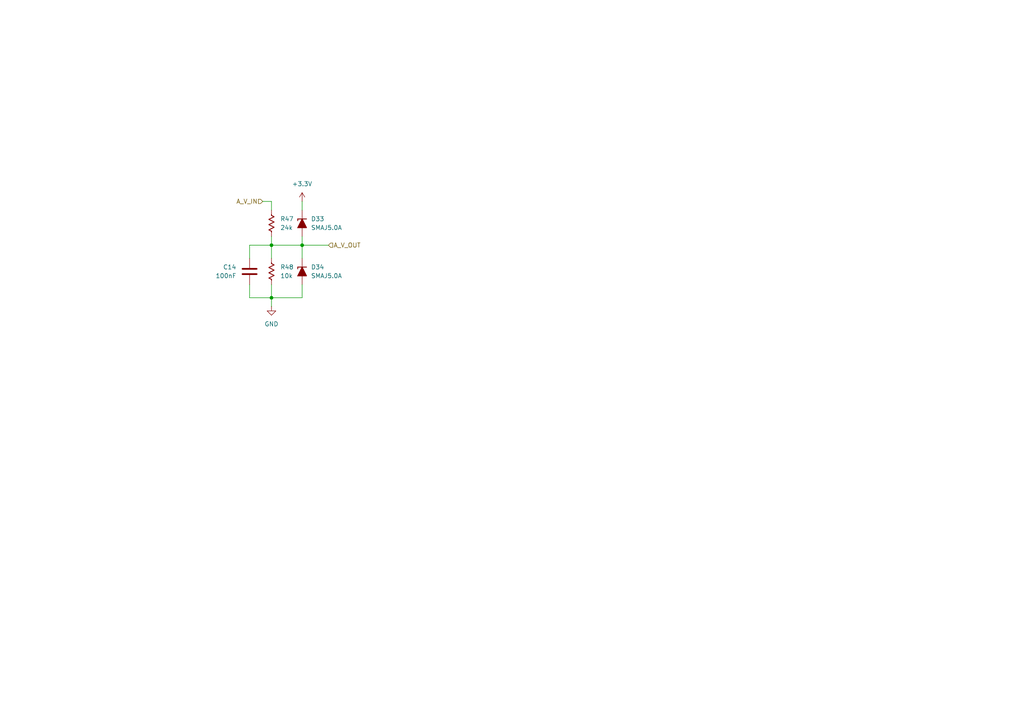
<source format=kicad_sch>
(kicad_sch (version 20250114) (generator "eeschema") (generator_version "9.0")
  (paper "A4")
  (lib_symbols
    (symbol "EasyEDA:+3.3V" (power) (pin_numbers (hide yes)) (pin_names (offset 0) (hide yes))
      (property "Value" "+3.3V" (at 0 3.556 0))
      (symbol "+3.3V_0_1"
        (polyline (pts (xy -0.762 1.27) (xy 0 2.54)))
        (polyline (pts (xy 0 2.54) (xy 0.762 1.27)))
        (polyline (pts (xy 0 0) (xy 0 2.54)))
      )
      (symbol "+3.3V_1_1"
        (pin power_in line (at 0 0 90) (length 0) (name "~") (number "1"))
      )
    )
    (symbol "EasyEDA:C_0603" (pin_numbers (hide yes)) (pin_names (offset 0.254))
      (property "Reference" "C" (at 0.635 2.54 0))
      (property "Value" "C_0603" (at 0.635 -2.54 0))
      (symbol "C_0603_0_1"
        (polyline (pts (xy -2.032 0.762) (xy 2.032 0.762)) (stroke (width 0.508)))
        (polyline (pts (xy -2.032 -0.762) (xy 2.032 -0.762)) (stroke (width 0.508)))
      )
      (symbol "C_0603_0_2"
        (polyline (pts (xy -2.54 -2.54) (xy -0.381 -0.381)))
        (polyline (pts (xy -0.508 -0.508) (xy -1.651 0.635)) (stroke (width 0.508)))
        (polyline (pts (xy -0.508 -0.508) (xy 0.635 -1.651)) (stroke (width 0.508)))
        (polyline (pts (xy 0.381 0.381) (xy 2.54 2.54)))
        (polyline (pts (xy 0.508 0.508) (xy -0.635 1.651)) (stroke (width 0.508)))
        (polyline (pts (xy 0.508 0.508) (xy 1.651 -0.635)) (stroke (width 0.508)))
      )
      (symbol "C_0603_1_1"
        (pin passive line (at 0 3.81 270) (length 2.794) (name "~") (number "1"))
        (pin passive line (at 0 -3.81 90) (length 2.794) (name "~") (number "2"))
      )
      (symbol "C_0603_1_2"
        (pin passive line (at -2.54 -2.54 90) (length 0) (name "~") (number "2"))
        (pin passive line (at 2.54 2.54 270) (length 0) (name "~") (number "1"))
      )
    )
    (symbol "EasyEDA:GND" (power) (pin_numbers (hide yes)) (pin_names (offset 0) (hide yes))
      (property "Value" "GND" (at 0 -3.81 0))
      (symbol "GND_0_1"
        (polyline (pts (xy 0 0) (xy 0 -1.27) (xy 1.27 -1.27) (xy 0 -2.54) (xy -1.27 -1.27) (xy 0 -1.27)))
      )
      (symbol "GND_1_1"
        (pin power_in line (at 0 0 270) (length 0) (name "~") (number "1"))
      )
    )
    (symbol "EasyEDA:R_0603" (pin_numbers (hide yes)) (pin_names (offset 0))
      (property "Reference" "R" (at 2.54 1.27 0))
      (property "Value" "R_0603" (at 2.54 -1.27 0))
      (symbol "R_0603_0_1"
        (polyline (pts (xy 0 2.286) (xy 0 2.54)) (stroke (width 0.254)))
        (polyline (pts (xy 0 2.286) (xy 0.762 1.905) (xy -0.762 1.143) (xy 0 0.762) (xy 0.762 0.381) (xy 0 0) (xy -0.762 -0.381) (xy 0 -0.762) (xy 0.762 -1.143) (xy 0 -1.524) (xy -0.762 -1.905) (xy 0 -2.286)) (stroke (width 0.254)))
        (polyline (pts (xy 0 -2.286) (xy 0 -2.54)) (stroke (width 0.254)))
      )
      (symbol "R_0603_0_2"
        (polyline (pts (xy -2.54 -2.54) (xy -1.778 -1.778)))
        (polyline (pts (xy -1.778 -1.778) (xy -1.524 -1.524)) (stroke (width 0.254)))
        (polyline (pts (xy -1.524 -1.524) (xy -1.778 -0.762) (xy -1.016 -1.016)) (stroke (width 0.254)))
        (polyline (pts (xy -0.508 -0.508) (xy -0.762 0.254) (xy 0 0)) (stroke (width 0.254)))
        (polyline (pts (xy -0.508 -0.508) (xy -0.254 -1.27) (xy -1.016 -1.016)) (stroke (width 0.254)))
        (polyline (pts (xy 0.508 0.508) (xy 0.254 1.27) (xy 1.016 1.016)) (stroke (width 0.254)))
        (polyline (pts (xy 0.508 0.508) (xy 0.762 -0.254) (xy 0 0)) (stroke (width 0.254)))
        (polyline (pts (xy 1.524 1.524) (xy 1.778 0.762) (xy 1.016 1.016)) (stroke (width 0.254)))
        (polyline (pts (xy 1.778 1.778) (xy 1.524 1.524)) (stroke (width 0.254)))
        (polyline (pts (xy 1.778 1.778) (xy 2.54 2.54)))
      )
      (symbol "R_0603_1_1"
        (pin passive line (at 0 3.81 270) (length 1.27) (name "~") (number "1"))
        (pin passive line (at 0 -3.81 90) (length 1.27) (name "~") (number "2"))
      )
      (symbol "R_0603_1_2"
        (pin passive line (at -2.54 -2.54 0) (length 0) (name "") (number "2"))
        (pin passive line (at 2.54 2.54 180) (length 0) (name "") (number "1"))
      )
    )
    (symbol "EasyEDA:SMAJ5.0A" (pin_numbers (hide yes)) (pin_names (offset 1.016) (hide yes))
      (property "Reference" "D" (at 0 5.08 0))
      (property "Value" "SMAJ5.0A" (at 0 2.54 0))
      (symbol "SMAJ5.0A_0_1"
        (polyline (pts (xy -1.27 1.27) (xy -1.27 -1.27) (xy 1.27 0) (xy -1.27 1.27)) (stroke (width 0.254)) (fill (type outline)))
        (polyline (pts (xy -1.27 0) (xy 1.27 0)))
        (polyline (pts (xy 1.27 1.27) (xy 0.762 1.27)) (stroke (width 0.254)))
        (polyline (pts (xy 1.27 -1.27) (xy 1.27 1.27)) (stroke (width 0.254)))
      )
      (symbol "SMAJ5.0A_0_2"
        (polyline (pts (xy -2.54 -2.54) (xy 2.54 2.54)))
        (polyline (pts (xy -0.889 -0.889) (xy -1.778 0) (xy 0.889 0.889) (xy 0 -1.778) (xy -0.889 -0.889)) (stroke (width 0.254)) (fill (type outline)))
        (polyline (pts (xy 0 1.778) (xy -0.381 1.397)) (stroke (width 0.254)))
        (polyline (pts (xy 0 1.778) (xy 1.778 0)) (stroke (width 0.254)))
      )
      (symbol "SMAJ5.0A_1_1"
        (pin passive line (at -3.81 0 0) (length 2.54) (name "A") (number "2"))
        (pin passive line (at 3.81 0 180) (length 2.54) (name "K") (number "1"))
      )
      (symbol "SMAJ5.0A_1_2"
        (pin passive line (at -2.54 -2.54 0) (length 0) (name "A") (number "2"))
        (pin passive line (at 2.54 2.54 180) (length 0) (name "K") (number "1"))
      )
    )
  )
  (junction (at 78.74 86.36))
  (junction (at 87.63 71.12))
  (junction (at 78.74 71.12))
  (wire (pts (xy 87.63 68.58) (xy 87.63 71.12)))
  (wire (pts (xy 78.74 68.58) (xy 78.74 71.12)))
  (wire (pts (xy 87.63 82.55) (xy 87.63 86.36)))
  (wire (pts (xy 87.63 71.12) (xy 87.63 74.93)))
  (wire (pts (xy 78.74 86.36) (xy 78.74 88.9)))
  (wire (pts (xy 87.63 71.12) (xy 95.25 71.12)))
  (wire (pts (xy 72.39 71.12) (xy 78.74 71.12)))
  (wire (pts (xy 78.74 71.12) (xy 78.74 74.93)))
  (wire (pts (xy 72.39 82.55) (xy 72.39 86.36)))
  (wire (pts (xy 76.2 58.42) (xy 78.74 58.42)))
  (wire (pts (xy 87.63 58.42) (xy 87.63 60.96)))
  (wire (pts (xy 78.74 71.12) (xy 87.63 71.12)))
  (wire (pts (xy 78.74 82.55) (xy 78.74 86.36)))
  (wire (pts (xy 72.39 74.93) (xy 72.39 71.12)))
  (wire (pts (xy 78.74 58.42) (xy 78.74 60.96)))
  (wire (pts (xy 78.74 86.36) (xy 87.63 86.36)))
  (wire (pts (xy 72.39 86.36) (xy 78.74 86.36)))
  (hierarchical_label "A_V_IN" (shape input) (at 76.2 58.42 180))
  (hierarchical_label "A_V_OUT" (shape input) (at 95.25 71.12 0))
  (symbol (lib_id "EasyEDA:GND") (at 78.74 88.9 0) (unit 1)
    (property "Reference" "#PWR072" (effects (hide yes)))
    (property "Value" "GND" (at 78.74 93.98 0))
    (property "Description" "Power symbol creates a global label with name \"GND\" , ground" (effects (hide yes)))
  )
  (symbol (lib_id "EasyEDA:SMAJ5.0A") (at 87.63 64.77 90) (unit 1)
    (property "Reference" "D33" (at 90.17 63.4999 90) (effects (justify right)))
    (property "Value" "SMAJ5.0A" (at 90.17 66.0399 90) (effects (justify right)))
    (property "Footprint" "PCM_Diode_SMD_AKL:D_SMA" (effects (hide yes)))
    (property "Datasheet" "https://www.tme.eu/Document/dbc72d81c249fe51b6ab42300e8e06d0/SMAJ_ser.pdf" (effects (hide yes)))
    (property "Description" "SMA Unidirectional TVS diode, 5V, 400W, Alternate KiCAD Library" (effects (hide yes)))
  )
  (symbol (lib_id "EasyEDA:+3.3V") (at 87.63 58.42 0) (unit 1)
    (property "Reference" "#PWR073" (effects (hide yes)))
    (property "Value" "+3.3V" (at 87.63 53.34 0))
    (property "Description" "Power symbol creates a global label with name \"+3.3V\"" (effects (hide yes)))
  )
  (symbol (lib_id "EasyEDA:SMAJ5.0A") (at 87.63 78.74 90) (unit 1)
    (property "Reference" "D34" (at 90.17 77.4699 90) (effects (justify right)))
    (property "Value" "SMAJ5.0A" (at 90.17 80.0099 90) (effects (justify right)))
    (property "Footprint" "PCM_Diode_SMD_AKL:D_SMA" (effects (hide yes)))
    (property "Datasheet" "https://www.tme.eu/Document/dbc72d81c249fe51b6ab42300e8e06d0/SMAJ_ser.pdf" (effects (hide yes)))
    (property "Description" "SMA Unidirectional TVS diode, 5V, 400W, Alternate KiCAD Library" (effects (hide yes)))
  )
  (symbol (lib_id "EasyEDA:R_0603") (at 78.74 78.74 180) (unit 1)
    (property "Reference" "R48" (at 81.28 77.4699 0) (effects (justify right)))
    (property "Value" "10k" (at 81.28 80.0099 0) (effects (justify right)))
    (property "Footprint" "PCM_Resistor_SMD_AKL:R_0603_1608Metric" (effects (hide yes)))
    (property "Description" "SMD 0603 Chip Resistor, US Symbol, Alternate KiCad Library" (effects (hide yes)))
  )
  (symbol (lib_id "EasyEDA:R_0603") (at 78.74 64.77 180) (unit 1)
    (property "Reference" "R47" (at 81.28 63.4999 0) (effects (justify right)))
    (property "Value" "24k" (at 81.28 66.0399 0) (effects (justify right)))
    (property "Footprint" "PCM_Resistor_SMD_AKL:R_0603_1608Metric" (effects (hide yes)))
    (property "Description" "SMD 0603 Chip Resistor, US Symbol, Alternate KiCad Library" (effects (hide yes)))
  )
  (symbol (lib_id "EasyEDA:C_0603") (at 72.39 78.74 0) (mirror y) (unit 1)
    (property "Reference" "C14" (at 68.58 77.4699 0) (effects (justify left)))
    (property "Value" "100nF" (at 68.58 80.0099 0) (effects (justify left)))
    (property "Footprint" "PCM_Capacitor_SMD_AKL:C_0603_1608Metric" (effects (hide yes)))
    (property "Description" "SMD 0603 MLCC capacitor, Alternate KiCad Library" (effects (hide yes)))
    (property "Voltage" "10V" (effects (hide yes)))
  )
)
</source>
